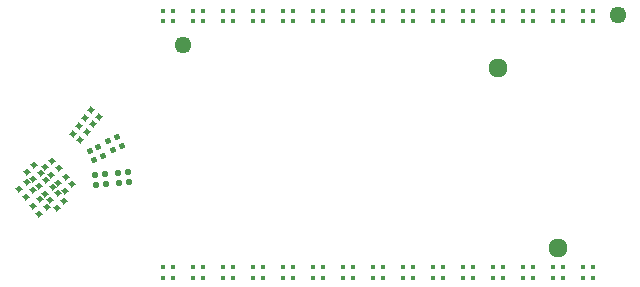
<source format=gbr>
%TF.GenerationSoftware,KiCad,Pcbnew,8.0.1*%
%TF.CreationDate,2024-03-29T07:39:29-07:00*%
%TF.ProjectId,V5LEDboard,56354c45-4462-46f6-9172-642e6b696361,rev?*%
%TF.SameCoordinates,Original*%
%TF.FileFunction,Soldermask,Top*%
%TF.FilePolarity,Negative*%
%FSLAX46Y46*%
G04 Gerber Fmt 4.6, Leading zero omitted, Abs format (unit mm)*
G04 Created by KiCad (PCBNEW 8.0.1) date 2024-03-29 07:39:29*
%MOMM*%
%LPD*%
G01*
G04 APERTURE LIST*
G04 Aperture macros list*
%AMRoundRect*
0 Rectangle with rounded corners*
0 $1 Rounding radius*
0 $2 $3 $4 $5 $6 $7 $8 $9 X,Y pos of 4 corners*
0 Add a 4 corners polygon primitive as box body*
4,1,4,$2,$3,$4,$5,$6,$7,$8,$9,$2,$3,0*
0 Add four circle primitives for the rounded corners*
1,1,$1+$1,$2,$3*
1,1,$1+$1,$4,$5*
1,1,$1+$1,$6,$7*
1,1,$1+$1,$8,$9*
0 Add four rect primitives between the rounded corners*
20,1,$1+$1,$2,$3,$4,$5,0*
20,1,$1+$1,$4,$5,$6,$7,0*
20,1,$1+$1,$6,$7,$8,$9,0*
20,1,$1+$1,$8,$9,$2,$3,0*%
%AMRotRect*
0 Rectangle, with rotation*
0 The origin of the aperture is its center*
0 $1 length*
0 $2 width*
0 $3 Rotation angle, in degrees counterclockwise*
0 Add horizontal line*
21,1,$1,$2,0,0,$3*%
G04 Aperture macros list end*
%ADD10R,0.450000X0.450000*%
%ADD11RotRect,0.450000X0.450000X118.000000*%
%ADD12RotRect,0.450000X0.450000X95.000000*%
%ADD13RotRect,0.450000X0.450000X220.500000*%
%ADD14RoundRect,0.525000X-0.225000X-0.225000X0.225000X-0.225000X0.225000X0.225000X-0.225000X0.225000X0*%
%ADD15RoundRect,0.455000X-0.195000X-0.195000X0.195000X-0.195000X0.195000X0.195000X-0.195000X0.195000X0*%
%ADD16RotRect,0.450000X0.450000X141.000000*%
G04 APERTURE END LIST*
D10*
%TO.C,D16*%
X122765000Y-105791000D03*
X123615000Y-105791000D03*
X122765000Y-106641000D03*
X123615000Y-106641000D03*
%TD*%
%TO.C,D17*%
X125305000Y-105791000D03*
X126155000Y-105791000D03*
X125305000Y-106641000D03*
X126155000Y-106641000D03*
%TD*%
%TO.C,D12*%
X130385000Y-84074000D03*
X131235000Y-84074000D03*
X130385000Y-84924000D03*
X131235000Y-84924000D03*
%TD*%
%TO.C,D24*%
X143085000Y-105791000D03*
X143935000Y-105791000D03*
X143085000Y-106641000D03*
X143935000Y-106641000D03*
%TD*%
%TO.C,D18*%
X127845000Y-105791000D03*
X128695000Y-105791000D03*
X127845000Y-106641000D03*
X128695000Y-106641000D03*
%TD*%
D11*
%TO.C,D34*%
X118543873Y-95875578D03*
X118144822Y-95125073D03*
X119294378Y-95476527D03*
X118895327Y-94726022D03*
%TD*%
D10*
%TO.C,D11*%
X132925000Y-84074000D03*
X133775000Y-84074000D03*
X132925000Y-84924000D03*
X133775000Y-84924000D03*
%TD*%
%TO.C,D20*%
X132925000Y-105791000D03*
X133775000Y-105791000D03*
X132925000Y-106641000D03*
X133775000Y-106641000D03*
%TD*%
D12*
%TO.C,D36*%
X119069859Y-98631424D03*
X118995776Y-97784659D03*
X119916624Y-98557341D03*
X119842541Y-97710576D03*
%TD*%
D13*
%TO.C,D43*%
X113451379Y-99005561D03*
X112805039Y-99557579D03*
X112899361Y-98359221D03*
X112253021Y-98911239D03*
%TD*%
D10*
%TO.C,D9*%
X138005000Y-84074000D03*
X138855000Y-84074000D03*
X138005000Y-84924000D03*
X138855000Y-84924000D03*
%TD*%
D13*
%TO.C,D41*%
X114441979Y-100173961D03*
X113795639Y-100725979D03*
X113889961Y-99527621D03*
X113243621Y-100079639D03*
%TD*%
D14*
%TO.C,TP4*%
X156210000Y-104140000D03*
%TD*%
D10*
%TO.C,D28*%
X153245000Y-105791000D03*
X154095000Y-105791000D03*
X153245000Y-106641000D03*
X154095000Y-106641000D03*
%TD*%
D13*
%TO.C,D42*%
X115127779Y-98751561D03*
X114481439Y-99303579D03*
X114575761Y-98105221D03*
X113929421Y-98657239D03*
%TD*%
D10*
%TO.C,D26*%
X148165000Y-105791000D03*
X149015000Y-105791000D03*
X148165000Y-106641000D03*
X149015000Y-106641000D03*
%TD*%
D14*
%TO.C,TP3*%
X151130000Y-88900000D03*
%TD*%
D10*
%TO.C,D21*%
X135465000Y-105791000D03*
X136315000Y-105791000D03*
X135465000Y-106641000D03*
X136315000Y-106641000D03*
%TD*%
%TO.C,D4*%
X150705000Y-84074000D03*
X151555000Y-84074000D03*
X150705000Y-84924000D03*
X151555000Y-84924000D03*
%TD*%
D13*
%TO.C,D40*%
X112943388Y-100681956D03*
X112297044Y-101233988D03*
X112391356Y-100035612D03*
X111745012Y-100587644D03*
%TD*%
D10*
%TO.C,D5*%
X148165000Y-84074000D03*
X149015000Y-84074000D03*
X148165000Y-84924000D03*
X149015000Y-84924000D03*
%TD*%
D15*
%TO.C,TP2*%
X124460000Y-86918800D03*
%TD*%
D10*
%TO.C,D3*%
X153245000Y-84074000D03*
X154095000Y-84074000D03*
X153245000Y-84924000D03*
X154095000Y-84924000D03*
%TD*%
D13*
%TO.C,D37*%
X113984779Y-97405361D03*
X113338439Y-97957379D03*
X113432761Y-96759021D03*
X112786421Y-97311039D03*
%TD*%
D10*
%TO.C,D15*%
X122765000Y-84074000D03*
X123615000Y-84074000D03*
X122765000Y-84924000D03*
X123615000Y-84924000D03*
%TD*%
%TO.C,D19*%
X130385000Y-105791000D03*
X131235000Y-105791000D03*
X130385000Y-106641000D03*
X131235000Y-106641000D03*
%TD*%
%TO.C,D27*%
X150705000Y-105791000D03*
X151555000Y-105791000D03*
X150705000Y-106641000D03*
X151555000Y-106641000D03*
%TD*%
D13*
%TO.C,D39*%
X111800379Y-99234161D03*
X111154039Y-99786179D03*
X111248361Y-98587821D03*
X110602021Y-99139839D03*
%TD*%
D16*
%TO.C,D32*%
X116864052Y-93676896D03*
X116203478Y-93141974D03*
X117398974Y-93016322D03*
X116738400Y-92481400D03*
%TD*%
D10*
%TO.C,D8*%
X140545000Y-84074000D03*
X141395000Y-84074000D03*
X140545000Y-84924000D03*
X141395000Y-84924000D03*
%TD*%
D16*
%TO.C,D31*%
X115797252Y-95023096D03*
X115136678Y-94488174D03*
X116332174Y-94362522D03*
X115671600Y-93827600D03*
%TD*%
D11*
%TO.C,D33*%
X116969073Y-96713778D03*
X116570022Y-95963273D03*
X117719578Y-96314727D03*
X117320527Y-95564222D03*
%TD*%
D10*
%TO.C,D29*%
X155785000Y-105791000D03*
X156635000Y-105791000D03*
X155785000Y-106641000D03*
X156635000Y-106641000D03*
%TD*%
%TO.C,D2*%
X155785000Y-84074000D03*
X156635000Y-84074000D03*
X155785000Y-84924000D03*
X156635000Y-84924000D03*
%TD*%
D15*
%TO.C,TP1*%
X161290000Y-84378800D03*
%TD*%
D10*
%TO.C,D6*%
X145625000Y-84074000D03*
X146475000Y-84074000D03*
X145625000Y-84924000D03*
X146475000Y-84924000D03*
%TD*%
%TO.C,D23*%
X140545000Y-105791000D03*
X141395000Y-105791000D03*
X140545000Y-106641000D03*
X141395000Y-106641000D03*
%TD*%
%TO.C,D30*%
X158325000Y-105791000D03*
X159175000Y-105791000D03*
X158325000Y-106641000D03*
X159175000Y-106641000D03*
%TD*%
%TO.C,D7*%
X143085000Y-84074000D03*
X143935000Y-84074000D03*
X143085000Y-84924000D03*
X143935000Y-84924000D03*
%TD*%
%TO.C,D25*%
X145625000Y-105791000D03*
X146475000Y-105791000D03*
X145625000Y-106641000D03*
X146475000Y-106641000D03*
%TD*%
%TO.C,D22*%
X138005000Y-105791000D03*
X138855000Y-105791000D03*
X138005000Y-106641000D03*
X138855000Y-106641000D03*
%TD*%
%TO.C,D13*%
X127845000Y-84074000D03*
X128695000Y-84074000D03*
X127845000Y-84924000D03*
X128695000Y-84924000D03*
%TD*%
D12*
%TO.C,D35*%
X117114059Y-98809224D03*
X117039976Y-97962459D03*
X117960824Y-98735141D03*
X117886741Y-97888376D03*
%TD*%
D10*
%TO.C,D14*%
X125305000Y-84074000D03*
X126155000Y-84074000D03*
X125305000Y-84924000D03*
X126155000Y-84924000D03*
%TD*%
%TO.C,D1*%
X158325000Y-84074000D03*
X159175000Y-84074000D03*
X158325000Y-84924000D03*
X159175000Y-84924000D03*
%TD*%
%TO.C,D10*%
X135465000Y-84074000D03*
X136315000Y-84074000D03*
X135465000Y-84924000D03*
X136315000Y-84924000D03*
%TD*%
D13*
%TO.C,D38*%
X112435379Y-97786361D03*
X111789039Y-98338379D03*
X111883361Y-97140021D03*
X111237021Y-97692039D03*
%TD*%
M02*

</source>
